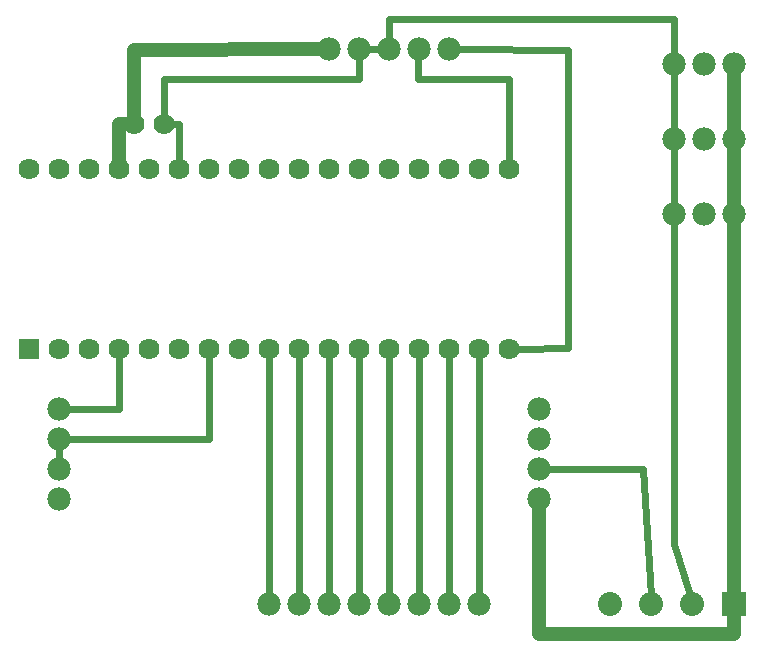
<source format=gbl>
G04 MADE WITH FRITZING*
G04 WWW.FRITZING.ORG*
G04 DOUBLE SIDED*
G04 HOLES PLATED*
G04 CONTOUR ON CENTER OF CONTOUR VECTOR*
%ASAXBY*%
%FSLAX23Y23*%
%MOIN*%
%OFA0B0*%
%SFA1.0B1.0*%
%ADD10C,0.080000*%
%ADD11C,0.070555*%
%ADD12C,0.070583*%
%ADD13C,0.078000*%
%ADD14C,0.070000*%
%ADD15R,0.080000X0.080000*%
%ADD16R,0.070542X0.070570*%
%ADD17C,0.048000*%
%ADD18C,0.024000*%
%LNCOPPER0*%
G90*
G70*
G54D10*
X2886Y164D03*
X2748Y164D03*
X2611Y164D03*
X2473Y164D03*
G54D11*
X536Y1014D03*
X636Y1014D03*
X736Y1014D03*
X836Y1014D03*
X936Y1014D03*
X1036Y1014D03*
X1136Y1014D03*
X1236Y1014D03*
X1336Y1014D03*
G54D12*
X1436Y1014D03*
X1536Y1014D03*
X1636Y1014D03*
G54D11*
X1736Y1014D03*
X1836Y1014D03*
G54D12*
X1936Y1014D03*
X2036Y1014D03*
X2136Y1014D03*
G54D11*
X536Y1614D03*
X636Y1614D03*
X736Y1614D03*
X836Y1614D03*
X936Y1614D03*
X1036Y1614D03*
X1336Y1614D03*
G54D12*
X1436Y1614D03*
G54D11*
X1236Y1614D03*
X1136Y1614D03*
G54D12*
X1536Y1614D03*
X1636Y1614D03*
G54D11*
X1736Y1614D03*
X1836Y1614D03*
G54D12*
X1936Y1614D03*
X2036Y1614D03*
X2136Y1614D03*
G54D13*
X2036Y164D03*
X1936Y164D03*
X1836Y164D03*
X1736Y164D03*
X1636Y164D03*
X1536Y164D03*
X1436Y164D03*
X1336Y164D03*
X1536Y2014D03*
X1636Y2014D03*
X1736Y2014D03*
X1836Y2014D03*
X1936Y2014D03*
G54D14*
X886Y1764D03*
X986Y1764D03*
G54D13*
X636Y814D03*
X636Y714D03*
X636Y614D03*
X636Y514D03*
X2236Y814D03*
X2236Y714D03*
X2236Y614D03*
X2236Y514D03*
X2886Y1964D03*
X2786Y1964D03*
X2686Y1964D03*
X2886Y1714D03*
X2786Y1714D03*
X2686Y1714D03*
X2886Y1464D03*
X2786Y1464D03*
X2686Y1464D03*
G54D15*
X2886Y164D03*
G54D16*
X536Y1014D03*
G54D17*
X838Y1764D02*
X860Y1764D01*
D02*
X837Y1644D02*
X838Y1764D01*
G54D18*
D02*
X1036Y1764D02*
X1012Y1764D01*
D02*
X1036Y1644D02*
X1036Y1764D01*
G54D17*
D02*
X888Y2011D02*
X1506Y2014D01*
D02*
X886Y1790D02*
X888Y2011D01*
G54D18*
D02*
X1636Y1912D02*
X1636Y1984D01*
D02*
X987Y1912D02*
X1636Y1912D01*
D02*
X986Y1790D02*
X987Y1912D01*
D02*
X1706Y2014D02*
X1666Y2014D01*
D02*
X2036Y984D02*
X2036Y194D01*
D02*
X1936Y984D02*
X1936Y194D01*
D02*
X1836Y984D02*
X1836Y194D01*
D02*
X1736Y984D02*
X1736Y194D01*
D02*
X1636Y984D02*
X1636Y194D01*
D02*
X1536Y984D02*
X1536Y194D01*
D02*
X1436Y984D02*
X1436Y194D01*
D02*
X1336Y984D02*
X1336Y194D01*
D02*
X2334Y1016D02*
X2166Y1014D01*
D02*
X2334Y2011D02*
X2334Y1016D01*
D02*
X1966Y2014D02*
X2334Y2011D01*
D02*
X2136Y1912D02*
X2136Y1644D01*
D02*
X1834Y1912D02*
X2136Y1912D01*
D02*
X1835Y1984D02*
X1834Y1912D01*
G54D17*
D02*
X2886Y1744D02*
X2886Y1934D01*
D02*
X2886Y1494D02*
X2886Y1684D01*
D02*
X2886Y195D02*
X2886Y1434D01*
G54D18*
D02*
X2687Y363D02*
X2739Y194D01*
D02*
X2686Y1434D02*
X2687Y363D01*
D02*
X2686Y1494D02*
X2686Y1684D01*
D02*
X2686Y1744D02*
X2686Y1934D01*
D02*
X1736Y2114D02*
X2687Y2114D01*
D02*
X2687Y2114D02*
X2686Y1994D01*
D02*
X1736Y2044D02*
X1736Y2114D01*
D02*
X836Y814D02*
X666Y814D01*
D02*
X836Y984D02*
X836Y814D01*
D02*
X636Y684D02*
X636Y644D01*
D02*
X1136Y714D02*
X666Y714D01*
D02*
X1136Y984D02*
X1136Y714D01*
D02*
X2585Y614D02*
X2266Y614D01*
D02*
X2609Y195D02*
X2585Y614D01*
G54D17*
D02*
X2236Y63D02*
X2236Y484D01*
D02*
X2886Y133D02*
X2887Y63D01*
D02*
X2887Y63D02*
X2236Y63D01*
G04 End of Copper0*
M02*
</source>
